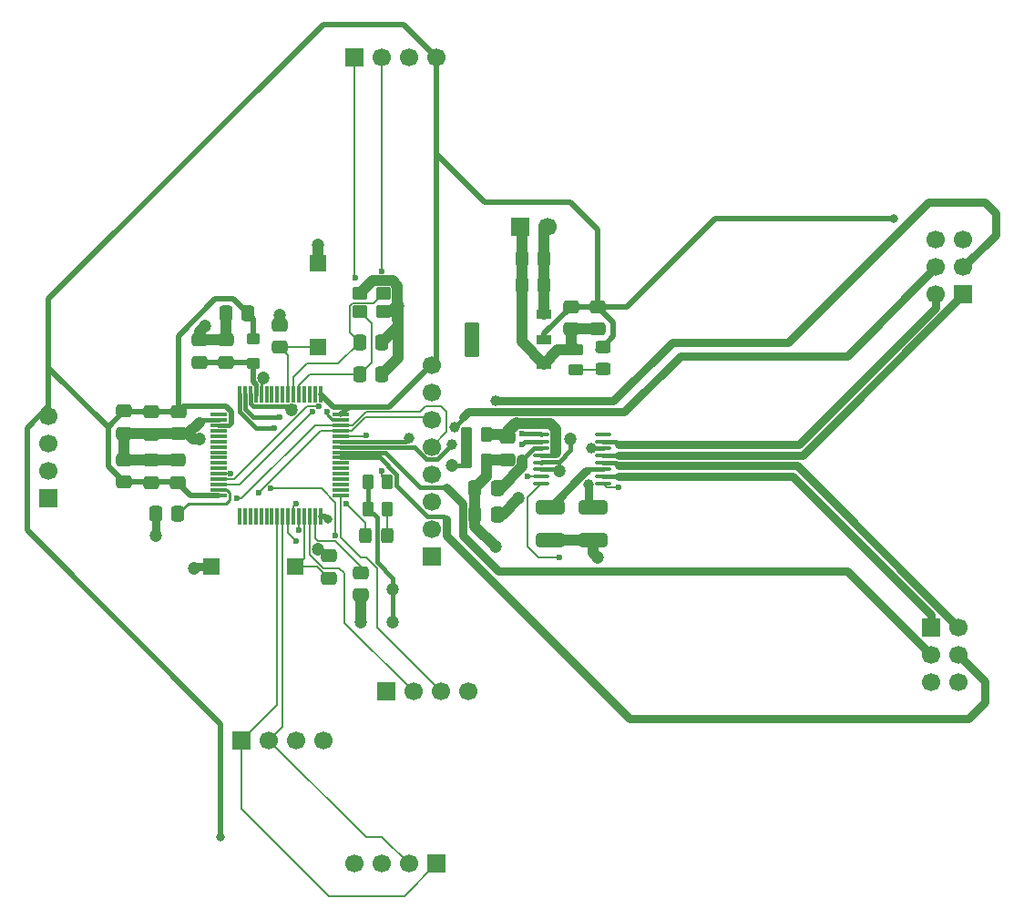
<source format=gbr>
%TF.GenerationSoftware,KiCad,Pcbnew,9.0.5*%
%TF.CreationDate,2025-12-24T21:09:35+07:00*%
%TF.ProjectId,katPCB_2Layers,6b617450-4342-45f3-924c-61796572732e,rev?*%
%TF.SameCoordinates,Original*%
%TF.FileFunction,Copper,L1,Top*%
%TF.FilePolarity,Positive*%
%FSLAX46Y46*%
G04 Gerber Fmt 4.6, Leading zero omitted, Abs format (unit mm)*
G04 Created by KiCad (PCBNEW 9.0.5) date 2025-12-24 21:09:35*
%MOMM*%
%LPD*%
G01*
G04 APERTURE LIST*
G04 Aperture macros list*
%AMRoundRect*
0 Rectangle with rounded corners*
0 $1 Rounding radius*
0 $2 $3 $4 $5 $6 $7 $8 $9 X,Y pos of 4 corners*
0 Add a 4 corners polygon primitive as box body*
4,1,4,$2,$3,$4,$5,$6,$7,$8,$9,$2,$3,0*
0 Add four circle primitives for the rounded corners*
1,1,$1+$1,$2,$3*
1,1,$1+$1,$4,$5*
1,1,$1+$1,$6,$7*
1,1,$1+$1,$8,$9*
0 Add four rect primitives between the rounded corners*
20,1,$1+$1,$2,$3,$4,$5,0*
20,1,$1+$1,$4,$5,$6,$7,0*
20,1,$1+$1,$6,$7,$8,$9,0*
20,1,$1+$1,$8,$9,$2,$3,0*%
G04 Aperture macros list end*
%TA.AperFunction,SMDPad,CuDef*%
%ADD10RoundRect,0.250000X-0.337500X-0.475000X0.337500X-0.475000X0.337500X0.475000X-0.337500X0.475000X0*%
%TD*%
%TA.AperFunction,SMDPad,CuDef*%
%ADD11RoundRect,0.100000X0.637500X0.100000X-0.637500X0.100000X-0.637500X-0.100000X0.637500X-0.100000X0*%
%TD*%
%TA.AperFunction,ComponentPad*%
%ADD12R,1.700000X1.700000*%
%TD*%
%TA.AperFunction,ComponentPad*%
%ADD13C,1.700000*%
%TD*%
%TA.AperFunction,SMDPad,CuDef*%
%ADD14RoundRect,0.250000X-0.475000X0.337500X-0.475000X-0.337500X0.475000X-0.337500X0.475000X0.337500X0*%
%TD*%
%TA.AperFunction,SMDPad,CuDef*%
%ADD15RoundRect,0.250000X0.337500X0.475000X-0.337500X0.475000X-0.337500X-0.475000X0.337500X-0.475000X0*%
%TD*%
%TA.AperFunction,SMDPad,CuDef*%
%ADD16RoundRect,0.250000X-1.075000X0.400000X-1.075000X-0.400000X1.075000X-0.400000X1.075000X0.400000X0*%
%TD*%
%TA.AperFunction,SMDPad,CuDef*%
%ADD17RoundRect,0.250000X0.475000X-0.337500X0.475000X0.337500X-0.475000X0.337500X-0.475000X-0.337500X0*%
%TD*%
%TA.AperFunction,SMDPad,CuDef*%
%ADD18R,1.500000X1.500000*%
%TD*%
%TA.AperFunction,SMDPad,CuDef*%
%ADD19RoundRect,0.250000X-0.450000X-0.350000X0.450000X-0.350000X0.450000X0.350000X-0.450000X0.350000X0*%
%TD*%
%TA.AperFunction,SMDPad,CuDef*%
%ADD20RoundRect,0.250000X-0.262500X-0.450000X0.262500X-0.450000X0.262500X0.450000X-0.262500X0.450000X0*%
%TD*%
%TA.AperFunction,SMDPad,CuDef*%
%ADD21RoundRect,0.075000X-0.075000X0.700000X-0.075000X-0.700000X0.075000X-0.700000X0.075000X0.700000X0*%
%TD*%
%TA.AperFunction,SMDPad,CuDef*%
%ADD22RoundRect,0.075000X-0.700000X0.075000X-0.700000X-0.075000X0.700000X-0.075000X0.700000X0.075000X0*%
%TD*%
%TA.AperFunction,SMDPad,CuDef*%
%ADD23RoundRect,0.069750X0.585250X0.395250X-0.585250X0.395250X-0.585250X-0.395250X0.585250X-0.395250X0*%
%TD*%
%TA.AperFunction,SMDPad,CuDef*%
%ADD24RoundRect,0.098250X0.556750X1.521750X-0.556750X1.521750X-0.556750X-1.521750X0.556750X-1.521750X0*%
%TD*%
%TA.AperFunction,SMDPad,CuDef*%
%ADD25RoundRect,0.250000X0.450000X-0.262500X0.450000X0.262500X-0.450000X0.262500X-0.450000X-0.262500X0*%
%TD*%
%TA.AperFunction,SMDPad,CuDef*%
%ADD26RoundRect,0.250000X0.325000X0.450000X-0.325000X0.450000X-0.325000X-0.450000X0.325000X-0.450000X0*%
%TD*%
%TA.AperFunction,SMDPad,CuDef*%
%ADD27RoundRect,0.250000X0.262500X0.450000X-0.262500X0.450000X-0.262500X-0.450000X0.262500X-0.450000X0*%
%TD*%
%TA.AperFunction,SMDPad,CuDef*%
%ADD28RoundRect,0.250000X-0.350000X0.275000X-0.350000X-0.275000X0.350000X-0.275000X0.350000X0.275000X0*%
%TD*%
%TA.AperFunction,SMDPad,CuDef*%
%ADD29RoundRect,0.250000X0.450000X-0.325000X0.450000X0.325000X-0.450000X0.325000X-0.450000X-0.325000X0*%
%TD*%
%TA.AperFunction,ViaPad*%
%ADD30C,1.200000*%
%TD*%
%TA.AperFunction,ViaPad*%
%ADD31C,0.600000*%
%TD*%
%TA.AperFunction,ViaPad*%
%ADD32C,0.800000*%
%TD*%
%TA.AperFunction,ViaPad*%
%ADD33C,1.000000*%
%TD*%
%TA.AperFunction,Conductor*%
%ADD34C,0.250000*%
%TD*%
%TA.AperFunction,Conductor*%
%ADD35C,1.000000*%
%TD*%
%TA.AperFunction,Conductor*%
%ADD36C,0.400000*%
%TD*%
%TA.AperFunction,Conductor*%
%ADD37C,0.800000*%
%TD*%
%TA.AperFunction,Conductor*%
%ADD38C,0.200000*%
%TD*%
%TA.AperFunction,Conductor*%
%ADD39C,0.500000*%
%TD*%
G04 APERTURE END LIST*
D10*
%TO.P,C14,1*%
%TO.N,RCC_OSC_IN*%
X121925000Y-67000000D03*
%TO.P,C14,2*%
%TO.N,POW_GND*%
X124000000Y-67000000D03*
%TD*%
D11*
%TO.P,U4,1,~{SLEEP}*%
%TO.N,EN_DRV*%
X144500000Y-77150000D03*
%TO.P,U4,2,AOUT1*%
%TO.N,MTR_1 POW1*%
X144500000Y-76500000D03*
%TO.P,U4,3,AISEN*%
%TO.N,Net-(U4-AISEN)*%
X144500000Y-75850000D03*
%TO.P,U4,4,AOUT2*%
%TO.N,MTR_1 POW2*%
X144500000Y-75200000D03*
%TO.P,U4,5,BOUT2*%
%TO.N,MTR_2 POW2*%
X144500000Y-74550000D03*
%TO.P,U4,6,BISEN*%
%TO.N,Net-(U4-BISEN)*%
X144500000Y-73900000D03*
%TO.P,U4,7,BOUT1*%
%TO.N,MTR_2 POW1*%
X144500000Y-73250000D03*
%TO.P,U4,8,~{FAULT}*%
%TO.N,unconnected-(U4-~{FAULT}-Pad8)*%
X144500000Y-72600000D03*
%TO.P,U4,9,BIN1*%
%TO.N,BIN1_DRV*%
X138775000Y-72600000D03*
%TO.P,U4,10,BIN2*%
%TO.N,BIN2_DRV*%
X138775000Y-73250000D03*
%TO.P,U4,11,VCP*%
%TO.N,Net-(U4-VCP)*%
X138775000Y-73900000D03*
%TO.P,U4,12,VM*%
%TO.N,POW_IN*%
X138775000Y-74550000D03*
%TO.P,U4,13,GND*%
%TO.N,POW_GND*%
X138775000Y-75200000D03*
%TO.P,U4,14,VINT*%
%TO.N,Net-(U4-VINT)*%
X138775000Y-75850000D03*
%TO.P,U4,15,AIN2*%
%TO.N,AIN2_DRV*%
X138775000Y-76500000D03*
%TO.P,U4,16,AIN1*%
%TO.N,AIN1_DRV*%
X138775000Y-77150000D03*
%TD*%
D12*
%TO.P,J10,1,Pin_1*%
%TO.N,MTR_2 POW2*%
X178000000Y-59580000D03*
D13*
%TO.P,J10,2,Pin_2*%
%TO.N,MTR_2 POW1*%
X175460000Y-59580000D03*
%TO.P,J10,3,Pin_3*%
%TO.N,MTR_2 C1*%
X178000000Y-57040000D03*
%TO.P,J10,4,Pin_4*%
%TO.N,MTR_2 C2*%
X175460000Y-57040000D03*
%TO.P,J10,5,Pin_5*%
%TO.N,POW_GND*%
X178000000Y-54500000D03*
%TO.P,J10,6,Pin_6*%
%TO.N,+3.3V*%
X175460000Y-54500000D03*
%TD*%
D14*
%TO.P,C2,1*%
%TO.N,Net-(U1-VCAP_2)*%
X122000000Y-85425000D03*
%TO.P,C2,2*%
%TO.N,POW_GND*%
X122000000Y-87500000D03*
%TD*%
%TO.P,C15,1*%
%TO.N,+3.3V*%
X141537500Y-60710000D03*
%TO.P,C15,2*%
%TO.N,POW_GND*%
X141537500Y-62785000D03*
%TD*%
D15*
%TO.P,C10,1*%
%TO.N,+3.3V*%
X111537500Y-61350000D03*
%TO.P,C10,2*%
%TO.N,POW_GND*%
X109462500Y-61350000D03*
%TD*%
D12*
%TO.P,J2,1,Pin_1*%
%TO.N,SDA_1*%
X93000000Y-78540000D03*
D13*
%TO.P,J2,2,Pin_2*%
%TO.N,SCL_1*%
X93000000Y-76000000D03*
%TO.P,J2,3,Pin_3*%
%TO.N,POW_GND*%
X93000000Y-73460000D03*
%TO.P,J2,4,Pin_4*%
%TO.N,+3.3V*%
X93000000Y-70920000D03*
%TD*%
D14*
%TO.P,C20,1*%
%TO.N,+3.3V*%
X105037500Y-70462500D03*
%TO.P,C20,2*%
%TO.N,POW_GND*%
X105037500Y-72537500D03*
%TD*%
D15*
%TO.P,C7,1*%
%TO.N,POW_IN*%
X139037500Y-56247500D03*
%TO.P,C7,2*%
%TO.N,POW_GND*%
X136962500Y-56247500D03*
%TD*%
D14*
%TO.P,C16,1*%
%TO.N,+3.3V*%
X100017500Y-70425000D03*
%TO.P,C16,2*%
%TO.N,POW_GND*%
X100017500Y-72500000D03*
%TD*%
%TO.P,C19,1*%
%TO.N,+3.3V*%
X144037500Y-60710000D03*
%TO.P,C19,2*%
%TO.N,POW_GND*%
X144037500Y-62785000D03*
%TD*%
D16*
%TO.P,R4,1*%
%TO.N,Net-(U4-BISEN)*%
X143637500Y-79325000D03*
%TO.P,R4,2*%
%TO.N,POW_GND*%
X143637500Y-82425000D03*
%TD*%
D17*
%TO.P,C12,1*%
%TO.N,DEBUG*%
X119018750Y-85943750D03*
%TO.P,C12,2*%
%TO.N,POW_GND*%
X119018750Y-83868750D03*
%TD*%
D18*
%TO.P,SW1,1,1*%
%TO.N,NRST*%
X118000000Y-64500000D03*
%TO.P,SW1,2,2*%
%TO.N,POW_GND*%
X118000000Y-56700000D03*
%TD*%
D17*
%TO.P,C11,1*%
%TO.N,NRST*%
X114500000Y-64500000D03*
%TO.P,C11,2*%
%TO.N,POW_GND*%
X114500000Y-62425000D03*
%TD*%
%TO.P,C21,1*%
%TO.N,3V3A*%
X107000000Y-65887500D03*
%TO.P,C21,2*%
%TO.N,POW_GND*%
X107000000Y-63812500D03*
%TD*%
D19*
%TO.P,Y1,1,1*%
%TO.N,RCC_OSC_IN*%
X121925000Y-61200000D03*
%TO.P,Y1,2,2*%
%TO.N,POW_GND*%
X124125000Y-61200000D03*
%TO.P,Y1,3,3*%
%TO.N,RCC_OSC_OUT*%
X124125000Y-59500000D03*
%TO.P,Y1,4,4*%
%TO.N,POW_GND*%
X121925000Y-59500000D03*
%TD*%
D10*
%TO.P,C17,1*%
%TO.N,RCC_OSC_OUT*%
X121925000Y-64000000D03*
%TO.P,C17,2*%
%TO.N,POW_GND*%
X124000000Y-64000000D03*
%TD*%
D20*
%TO.P,R7,1*%
%TO.N,BAT_VOL*%
X131839931Y-75054212D03*
%TO.P,R7,2*%
%TO.N,POW_GND*%
X133664931Y-75054212D03*
%TD*%
D12*
%TO.P,J1,1,Pin_1*%
%TO.N,+3.3V*%
X124380000Y-96500000D03*
D13*
%TO.P,J1,2,Pin_2*%
%TO.N,SYS_JTMS-SWDIO*%
X126920000Y-96500000D03*
%TO.P,J1,3,Pin_3*%
%TO.N,SYS_JTCK-SWCLK*%
X129460000Y-96500000D03*
%TO.P,J1,4,Pin_4*%
%TO.N,POW_GND*%
X132000000Y-96500000D03*
%TD*%
D17*
%TO.P,C18,1*%
%TO.N,3V3A*%
X109500000Y-65887500D03*
%TO.P,C18,2*%
%TO.N,POW_GND*%
X109500000Y-63812500D03*
%TD*%
%TO.P,C8,1*%
%TO.N,+3.3V*%
X100007500Y-77000000D03*
%TO.P,C8,2*%
%TO.N,POW_GND*%
X100007500Y-74925000D03*
%TD*%
D10*
%TO.P,C4,1*%
%TO.N,POW_GND*%
X132627431Y-80054212D03*
%TO.P,C4,2*%
%TO.N,Net-(U4-VINT)*%
X134702431Y-80054212D03*
%TD*%
D14*
%TO.P,C5,1*%
%TO.N,POW_IN*%
X135637500Y-72850000D03*
%TO.P,C5,2*%
%TO.N,POW_GND*%
X135637500Y-74925000D03*
%TD*%
D12*
%TO.P,J7,1,Pin_1*%
%TO.N,SDA_3*%
X110960000Y-101000000D03*
D13*
%TO.P,J7,2,Pin_2*%
%TO.N,SCL_3*%
X113500000Y-101000000D03*
%TO.P,J7,3,Pin_3*%
%TO.N,POW_GND*%
X116040000Y-101000000D03*
%TO.P,J7,4,Pin_4*%
%TO.N,+3.3V*%
X118580000Y-101000000D03*
%TD*%
D20*
%TO.P,R1,1*%
%TO.N,POW_GND*%
X122675000Y-77000000D03*
%TO.P,R1,2*%
%TO.N,Net-(U1-BOOT0)*%
X124500000Y-77000000D03*
%TD*%
D17*
%TO.P,C9,1*%
%TO.N,+3.3V*%
X102527500Y-77075000D03*
%TO.P,C9,2*%
%TO.N,POW_GND*%
X102527500Y-75000000D03*
%TD*%
D14*
%TO.P,C22,1*%
%TO.N,+3.3V*%
X102507500Y-70500000D03*
%TO.P,C22,2*%
%TO.N,POW_GND*%
X102507500Y-72575000D03*
%TD*%
D12*
%TO.P,J9,1,Pin_1*%
%TO.N,MTR_1 POW1*%
X174990000Y-90500000D03*
D13*
%TO.P,J9,2,Pin_2*%
%TO.N,MTR_1 POW2*%
X177530000Y-90500000D03*
%TO.P,J9,3,Pin_3*%
%TO.N,MTR_1 C1*%
X174990000Y-93040000D03*
%TO.P,J9,4,Pin_4*%
%TO.N,MTR_1 C2*%
X177530000Y-93040000D03*
%TO.P,J9,5,Pin_5*%
%TO.N,POW_GND*%
X174990000Y-95580000D03*
%TO.P,J9,6,Pin_6*%
%TO.N,+3.3V*%
X177530000Y-95580000D03*
%TD*%
D21*
%TO.P,U1,1,VBAT*%
%TO.N,+3.3V*%
X118250000Y-68825000D03*
%TO.P,U1,2,PC13*%
%TO.N,unconnected-(U1-PC13-Pad2)*%
X117750000Y-68825000D03*
%TO.P,U1,3,PC14*%
%TO.N,unconnected-(U1-PC14-Pad3)*%
X117250000Y-68825000D03*
%TO.P,U1,4,PC15*%
%TO.N,unconnected-(U1-PC15-Pad4)*%
X116750000Y-68825000D03*
%TO.P,U1,5,PH0*%
%TO.N,RCC_OSC_IN*%
X116250000Y-68825000D03*
%TO.P,U1,6,PH1*%
%TO.N,RCC_OSC_OUT*%
X115750000Y-68825000D03*
%TO.P,U1,7,NRST*%
%TO.N,NRST*%
X115250000Y-68825000D03*
%TO.P,U1,8,PC0*%
%TO.N,unconnected-(U1-PC0-Pad8)*%
X114750000Y-68825000D03*
%TO.P,U1,9,PC1*%
%TO.N,unconnected-(U1-PC1-Pad9)*%
X114250000Y-68825000D03*
%TO.P,U1,10,PC2*%
%TO.N,unconnected-(U1-PC2-Pad10)*%
X113750000Y-68825000D03*
%TO.P,U1,11,PC3*%
%TO.N,unconnected-(U1-PC3-Pad11)*%
X113250000Y-68825000D03*
%TO.P,U1,12,VSSA*%
%TO.N,POW_GND*%
X112750000Y-68825000D03*
%TO.P,U1,13,VDDA*%
%TO.N,3V3A*%
X112250000Y-68825000D03*
%TO.P,U1,14,PA0*%
%TO.N,BAT_VOL*%
X111750000Y-68825000D03*
%TO.P,U1,15,PA1*%
%TO.N,BIN1_DRV*%
X111250000Y-68825000D03*
%TO.P,U1,16,PA2*%
%TO.N,BIN2_DRV*%
X110750000Y-68825000D03*
D22*
%TO.P,U1,17,PA3*%
%TO.N,unconnected-(U1-PA3-Pad17)*%
X108825000Y-70750000D03*
%TO.P,U1,18,VSS*%
%TO.N,POW_GND*%
X108825000Y-71250000D03*
%TO.P,U1,19,VDD*%
%TO.N,+3.3V*%
X108825000Y-71750000D03*
%TO.P,U1,20,PA4*%
%TO.N,unconnected-(U1-PA4-Pad20)*%
X108825000Y-72250000D03*
%TO.P,U1,21,PA5*%
%TO.N,unconnected-(U1-PA5-Pad21)*%
X108825000Y-72750000D03*
%TO.P,U1,22,PA6*%
%TO.N,unconnected-(U1-PA6-Pad22)*%
X108825000Y-73250000D03*
%TO.P,U1,23,PA7*%
%TO.N,unconnected-(U1-PA7-Pad23)*%
X108825000Y-73750000D03*
%TO.P,U1,24,PC4*%
%TO.N,unconnected-(U1-PC4-Pad24)*%
X108825000Y-74250000D03*
%TO.P,U1,25,PC5*%
%TO.N,unconnected-(U1-PC5-Pad25)*%
X108825000Y-74750000D03*
%TO.P,U1,26,PB0*%
%TO.N,unconnected-(U1-PB0-Pad26)*%
X108825000Y-75250000D03*
%TO.P,U1,27,PB1*%
%TO.N,unconnected-(U1-PB1-Pad27)*%
X108825000Y-75750000D03*
%TO.P,U1,28,PB2*%
%TO.N,EN_DRV*%
X108825000Y-76250000D03*
%TO.P,U1,29,PB10*%
%TO.N,SCL_2*%
X108825000Y-76750000D03*
%TO.P,U1,30,PB11*%
%TO.N,SDA_2*%
X108825000Y-77250000D03*
%TO.P,U1,31,VCAP_1*%
%TO.N,Net-(U1-VCAP_1)*%
X108825000Y-77750000D03*
%TO.P,U1,32,VDD*%
%TO.N,+3.3V*%
X108825000Y-78250000D03*
D21*
%TO.P,U1,33,PB12*%
%TO.N,unconnected-(U1-PB12-Pad33)*%
X110750000Y-80175000D03*
%TO.P,U1,34,PB13*%
%TO.N,unconnected-(U1-PB13-Pad34)*%
X111250000Y-80175000D03*
%TO.P,U1,35,PB14*%
%TO.N,unconnected-(U1-PB14-Pad35)*%
X111750000Y-80175000D03*
%TO.P,U1,36,PB15*%
%TO.N,unconnected-(U1-PB15-Pad36)*%
X112250000Y-80175000D03*
%TO.P,U1,37,PC6*%
%TO.N,unconnected-(U1-PC6-Pad37)*%
X112750000Y-80175000D03*
%TO.P,U1,38,PC7*%
%TO.N,unconnected-(U1-PC7-Pad38)*%
X113250000Y-80175000D03*
%TO.P,U1,39,PC8*%
%TO.N,unconnected-(U1-PC8-Pad39)*%
X113750000Y-80175000D03*
%TO.P,U1,40,PC9*%
%TO.N,SDA_3*%
X114250000Y-80175000D03*
%TO.P,U1,41,PA8*%
%TO.N,SCL_3*%
X114750000Y-80175000D03*
%TO.P,U1,42,PA9*%
%TO.N,AIN1_DRV*%
X115250000Y-80175000D03*
%TO.P,U1,43,PA10*%
%TO.N,DEB_LED*%
X115750000Y-80175000D03*
%TO.P,U1,44,PA11*%
%TO.N,AIN2_DRV*%
X116250000Y-80175000D03*
%TO.P,U1,45,PA12*%
%TO.N,DEBUG*%
X116750000Y-80175000D03*
%TO.P,U1,46,PA13*%
%TO.N,SYS_JTMS-SWDIO*%
X117250000Y-80175000D03*
%TO.P,U1,47,VCAP_2*%
%TO.N,Net-(U1-VCAP_2)*%
X117750000Y-80175000D03*
%TO.P,U1,48,VDD*%
%TO.N,+3.3V*%
X118250000Y-80175000D03*
D22*
%TO.P,U1,49,PA14*%
%TO.N,SYS_JTCK-SWCLK*%
X120175000Y-78250000D03*
%TO.P,U1,50,PA15*%
%TO.N,unconnected-(U1-PA15-Pad50)*%
X120175000Y-77750000D03*
%TO.P,U1,51,PC10*%
%TO.N,unconnected-(U1-PC10-Pad51)*%
X120175000Y-77250000D03*
%TO.P,U1,52,PC11*%
%TO.N,unconnected-(U1-PC11-Pad52)*%
X120175000Y-76750000D03*
%TO.P,U1,53,PC12*%
%TO.N,unconnected-(U1-PC12-Pad53)*%
X120175000Y-76250000D03*
%TO.P,U1,54,PD2*%
%TO.N,unconnected-(U1-PD2-Pad54)*%
X120175000Y-75750000D03*
%TO.P,U1,55,PB3*%
%TO.N,unconnected-(U1-PB3-Pad55)*%
X120175000Y-75250000D03*
%TO.P,U1,56,PB4*%
%TO.N,MTR_1 C2*%
X120175000Y-74750000D03*
%TO.P,U1,57,PB5*%
%TO.N,MTR_1 C1*%
X120175000Y-74250000D03*
%TO.P,U1,58,PB6*%
%TO.N,MTR_2 C1*%
X120175000Y-73750000D03*
%TO.P,U1,59,PB7*%
%TO.N,MTR_2 C2*%
X120175000Y-73250000D03*
%TO.P,U1,60,BOOT0*%
%TO.N,Net-(U1-BOOT0)*%
X120175000Y-72750000D03*
%TO.P,U1,61,PB8*%
%TO.N,SCL_1*%
X120175000Y-72250000D03*
%TO.P,U1,62,PB9*%
%TO.N,SDA_1*%
X120175000Y-71750000D03*
%TO.P,U1,63,VSS*%
%TO.N,POW_GND*%
X120175000Y-71250000D03*
%TO.P,U1,64,VDD*%
%TO.N,+3.3V*%
X120175000Y-70750000D03*
%TD*%
D10*
%TO.P,C3,1*%
%TO.N,POW_GND*%
X132627431Y-77554212D03*
%TO.P,C3,2*%
%TO.N,Net-(U4-VCP)*%
X134702431Y-77554212D03*
%TD*%
D23*
%TO.P,U3,1,GND/ADJ*%
%TO.N,POW_GND*%
X139037500Y-66037500D03*
%TO.P,U3,2,VOUT*%
%TO.N,+3.3V*%
X139037500Y-63747500D03*
%TO.P,U3,3,VIN*%
%TO.N,POW_IN*%
X139037500Y-61457500D03*
D24*
%TO.P,U3,4*%
%TO.N,N/C*%
X132347500Y-63747500D03*
%TD*%
D17*
%TO.P,C13,1*%
%TO.N,+3.3V*%
X105007500Y-77037500D03*
%TO.P,C13,2*%
%TO.N,POW_GND*%
X105007500Y-74962500D03*
%TD*%
D12*
%TO.P,J5,1,Pin_1*%
%TO.N,unconnected-(J5-Pin_1-Pad1)*%
X128596377Y-83903618D03*
D13*
%TO.P,J5,2,Pin_2*%
%TO.N,unconnected-(J5-Pin_2-Pad2)*%
X128596377Y-81363618D03*
%TO.P,J5,3,Pin_3*%
%TO.N,unconnected-(J5-Pin_3-Pad3)*%
X128596377Y-78823618D03*
%TO.P,J5,4,Pin_4*%
%TO.N,unconnected-(J5-Pin_4-Pad4)*%
X128596377Y-76283618D03*
%TO.P,J5,5,Pin_5*%
%TO.N,SDA_1*%
X128596377Y-73743618D03*
%TO.P,J5,6,Pin_6*%
%TO.N,SCL_1*%
X128596377Y-71203618D03*
%TO.P,J5,7,Pin_7*%
%TO.N,POW_GND*%
X128596377Y-68663618D03*
%TO.P,J5,8,Pin_8*%
%TO.N,+3.3V*%
X128596377Y-66123618D03*
%TD*%
D25*
%TO.P,R6,1*%
%TO.N,Net-(D2-K)*%
X142000000Y-66578141D03*
%TO.P,R6,2*%
%TO.N,POW_GND*%
X142000000Y-64753141D03*
%TD*%
D26*
%TO.P,D1,1,K*%
%TO.N,Net-(D1-K)*%
X124500000Y-82000000D03*
%TO.P,D1,2,A*%
%TO.N,DEB_LED*%
X122450000Y-82000000D03*
%TD*%
D27*
%TO.P,R2,1*%
%TO.N,Net-(D1-K)*%
X124500000Y-79500000D03*
%TO.P,R2,2*%
%TO.N,POW_GND*%
X122675000Y-79500000D03*
%TD*%
D12*
%TO.P,J6,1,Pin_1*%
%TO.N,POW_GND*%
X136847500Y-53247500D03*
D13*
%TO.P,J6,2,Pin_2*%
%TO.N,POW_IN*%
X139387500Y-53247500D03*
%TD*%
D28*
%TO.P,FB1,1*%
%TO.N,+3.3V*%
X112000000Y-63700000D03*
%TO.P,FB1,2*%
%TO.N,3V3A*%
X112000000Y-66000000D03*
%TD*%
D12*
%TO.P,J3,1,Pin_1*%
%TO.N,SDA_2*%
X121380000Y-37500000D03*
D13*
%TO.P,J3,2,Pin_2*%
%TO.N,SCL_2*%
X123920000Y-37500000D03*
%TO.P,J3,3,Pin_3*%
%TO.N,POW_GND*%
X126460000Y-37500000D03*
%TO.P,J3,4,Pin_4*%
%TO.N,+3.3V*%
X129000000Y-37500000D03*
%TD*%
D16*
%TO.P,R3,1*%
%TO.N,Net-(U4-AISEN)*%
X139637500Y-79325000D03*
%TO.P,R3,2*%
%TO.N,POW_GND*%
X139637500Y-82425000D03*
%TD*%
D12*
%TO.P,J4,1,Pin_1*%
%TO.N,SDA_3*%
X129040000Y-112500000D03*
D13*
%TO.P,J4,2,Pin_2*%
%TO.N,SCL_3*%
X126500000Y-112500000D03*
%TO.P,J4,3,Pin_3*%
%TO.N,POW_GND*%
X123960000Y-112500000D03*
%TO.P,J4,4,Pin_4*%
%TO.N,+3.3V*%
X121420000Y-112500000D03*
%TD*%
D29*
%TO.P,D2,1,K*%
%TO.N,Net-(D2-K)*%
X144500000Y-66525000D03*
%TO.P,D2,2,A*%
%TO.N,+3.3V*%
X144500000Y-64475000D03*
%TD*%
D18*
%TO.P,SW2,1,1*%
%TO.N,DEBUG*%
X115918750Y-84906250D03*
%TO.P,SW2,2,2*%
%TO.N,POW_GND*%
X108118750Y-84906250D03*
%TD*%
D20*
%TO.P,R5,1*%
%TO.N,BAT_VOL*%
X131839931Y-72554212D03*
%TO.P,R5,2*%
%TO.N,POW_IN*%
X133664931Y-72554212D03*
%TD*%
D15*
%TO.P,C1,1*%
%TO.N,Net-(U1-VCAP_1)*%
X105000000Y-80000000D03*
%TO.P,C1,2*%
%TO.N,POW_GND*%
X102925000Y-80000000D03*
%TD*%
%TO.P,C6,1*%
%TO.N,POW_IN*%
X139037500Y-58747500D03*
%TO.P,C6,2*%
%TO.N,POW_GND*%
X136962500Y-58747500D03*
%TD*%
D30*
%TO.N,POW_GND*%
X134500000Y-83000000D03*
X103000000Y-82000000D03*
X141500000Y-73000000D03*
X118050000Y-83300000D03*
X114500000Y-61500000D03*
X122000000Y-90000000D03*
X125000000Y-90000000D03*
X125500000Y-60648000D03*
X125000000Y-87000000D03*
X106500000Y-85000000D03*
X118000000Y-55000000D03*
X107500000Y-62500000D03*
D31*
X118875917Y-70500000D03*
D30*
X112968330Y-67323772D03*
X107000000Y-73000000D03*
X144000000Y-84000000D03*
%TO.N,POW_IN*%
X136500000Y-71600000D03*
D32*
%TO.N,+3.3V*%
X171500000Y-52500000D03*
X109000000Y-110000000D03*
X119000000Y-80500000D03*
D31*
%TO.N,DEB_LED*%
X120675000Y-79000000D03*
X116000000Y-79000000D03*
D30*
%TO.N,BAT_VOL*%
X115574809Y-70293821D03*
X130500000Y-75500000D03*
D31*
%TO.N,BIN2_DRV*%
X114000000Y-72000000D03*
X137000000Y-73500000D03*
%TO.N,EN_DRV*%
X109896446Y-76250000D03*
X113603554Y-77603554D03*
X146000000Y-77500000D03*
X119675000Y-82000000D03*
%TO.N,BIN1_DRV*%
X114500000Y-71000000D03*
X137000000Y-72500000D03*
%TO.N,AIN2_DRV*%
X137500000Y-76500000D03*
X116250000Y-81500000D03*
%TO.N,AIN1_DRV*%
X116000000Y-82500000D03*
X140500000Y-84000000D03*
%TO.N,SCL_2*%
X118111158Y-69995996D03*
X124000000Y-57399000D03*
%TO.N,Net-(U1-BOOT0)*%
X124000000Y-76000000D03*
X122500000Y-72650000D03*
%TO.N,SCL_1*%
X112500000Y-78000000D03*
%TO.N,SDA_1*%
X110500000Y-78540000D03*
%TO.N,SDA_2*%
X121500000Y-58000000D03*
X117500000Y-70500000D03*
D33*
%TO.N,MTR_2 C2*%
X130700000Y-71946381D03*
X126500000Y-72950000D03*
%TO.N,MTR_2 C1*%
X130500000Y-73500000D03*
X134500000Y-69500000D03*
D30*
%TO.N,Net-(U4-VINT)*%
X136700000Y-78543672D03*
X140500000Y-76000000D03*
D33*
%TO.N,Net-(U4-BISEN)*%
X143427626Y-73900000D03*
X143162502Y-77214212D03*
%TD*%
D34*
%TO.N,Net-(U1-VCAP_1)*%
X105000000Y-80000000D02*
X106000000Y-79000000D01*
X109826000Y-78674000D02*
X109826000Y-77976001D01*
X106000000Y-79000000D02*
X109500000Y-79000000D01*
X109500000Y-79000000D02*
X109826000Y-78674000D01*
X109599999Y-77750000D02*
X108825000Y-77750000D01*
X109826000Y-77976001D02*
X109599999Y-77750000D01*
D35*
%TO.N,POW_GND*%
X124934424Y-58299000D02*
X125426000Y-58790576D01*
X125500000Y-62000000D02*
X125500000Y-65500000D01*
X132627431Y-77554212D02*
X132627431Y-80054212D01*
X100007500Y-74925000D02*
X100007500Y-72510000D01*
D36*
X122675000Y-79500000D02*
X123500000Y-80325000D01*
D35*
X125500000Y-62000000D02*
X125500000Y-62500000D01*
X125426000Y-58790576D02*
X125426000Y-60574000D01*
X100017500Y-72500000D02*
X105000000Y-72500000D01*
X125500000Y-65500000D02*
X124000000Y-67000000D01*
X105007500Y-74962500D02*
X100045000Y-74962500D01*
D34*
X112750000Y-67750000D02*
X113000000Y-67500000D01*
D35*
X105962500Y-72537500D02*
X107000000Y-71500000D01*
X106425000Y-73000000D02*
X107000000Y-73000000D01*
X135637500Y-74925000D02*
X133794143Y-74925000D01*
D36*
X138876000Y-75099000D02*
X140440421Y-75099000D01*
D35*
X107000000Y-63000000D02*
X107500000Y-62500000D01*
D34*
X119400001Y-71250000D02*
X118875917Y-70725916D01*
D36*
X125000000Y-85932900D02*
X125000000Y-87000000D01*
X123500000Y-80325000D02*
X123500000Y-84432900D01*
D35*
X125426000Y-60574000D02*
X125500000Y-60648000D01*
X133664931Y-75054212D02*
X133664931Y-76516712D01*
X125426000Y-58790576D02*
X125426000Y-61926000D01*
X136962500Y-56247500D02*
X136962500Y-53362500D01*
X141537500Y-64290641D02*
X142000000Y-64753141D01*
D36*
X108825000Y-71250000D02*
X107250000Y-71250000D01*
D35*
X139637500Y-82425000D02*
X143637500Y-82425000D01*
X100045000Y-74962500D02*
X100007500Y-74925000D01*
D36*
X125000000Y-87000000D02*
X125000000Y-90000000D01*
D34*
X112968330Y-67468330D02*
X112968330Y-67323772D01*
D35*
X105962500Y-72537500D02*
X106425000Y-73000000D01*
X136962500Y-58747500D02*
X136962500Y-63962500D01*
D37*
X108118750Y-84906250D02*
X106593750Y-84906250D01*
D36*
X140440421Y-75099000D02*
X141500000Y-74039421D01*
X107250000Y-71250000D02*
X107000000Y-71500000D01*
D35*
X125426000Y-61926000D02*
X125500000Y-62000000D01*
D37*
X102925000Y-81925000D02*
X103000000Y-82000000D01*
D36*
X119018750Y-83868750D02*
X118618750Y-83868750D01*
D35*
X109500000Y-63812500D02*
X107000000Y-63812500D01*
X136962500Y-63962500D02*
X139037500Y-66037500D01*
X136962500Y-53362500D02*
X136847500Y-53247500D01*
X125500000Y-60648000D02*
X125500000Y-62000000D01*
D37*
X106593750Y-84906250D02*
X106500000Y-85000000D01*
D35*
X121925000Y-59500000D02*
X123126000Y-58299000D01*
X143637500Y-82425000D02*
X143637500Y-83637500D01*
X141537500Y-62785000D02*
X141537500Y-64290641D01*
D36*
X141500000Y-74039421D02*
X141500000Y-73000000D01*
D34*
X112750000Y-68825000D02*
X112750000Y-67750000D01*
D35*
X118000000Y-56700000D02*
X118000000Y-55000000D01*
X133664931Y-76516712D02*
X132627431Y-77554212D01*
D34*
X113000000Y-67500000D02*
X112968330Y-67468330D01*
X118875917Y-70725916D02*
X118875917Y-70500000D01*
D35*
X100007500Y-72510000D02*
X100017500Y-72500000D01*
D36*
X138775000Y-75200000D02*
X138876000Y-75099000D01*
D35*
X107000000Y-63812500D02*
X107000000Y-63000000D01*
X122000000Y-87500000D02*
X122000000Y-90000000D01*
X132627431Y-81127431D02*
X134500000Y-83000000D01*
X133794143Y-74925000D02*
X133664931Y-75054212D01*
X136962500Y-56247500D02*
X136962500Y-58747500D01*
X132627431Y-80054212D02*
X132627431Y-81127431D01*
X142000000Y-64753141D02*
X140321859Y-64753141D01*
D36*
X122675000Y-77000000D02*
X122675000Y-79500000D01*
X123500000Y-84432900D02*
X125000000Y-85932900D01*
D35*
X144037500Y-62785000D02*
X141537500Y-62785000D01*
X109462500Y-63775000D02*
X109500000Y-63812500D01*
D36*
X118618750Y-83868750D02*
X118050000Y-83300000D01*
D35*
X143637500Y-83637500D02*
X144000000Y-84000000D01*
X124800000Y-61200000D02*
X124125000Y-61200000D01*
X105037500Y-72537500D02*
X105962500Y-72537500D01*
X109462500Y-61350000D02*
X109462500Y-63775000D01*
X125426000Y-60574000D02*
X124800000Y-61200000D01*
X114500000Y-62425000D02*
X114500000Y-61500000D01*
X105000000Y-72500000D02*
X105037500Y-72537500D01*
X123126000Y-58299000D02*
X124934424Y-58299000D01*
X125500000Y-62500000D02*
X124000000Y-64000000D01*
D37*
X102925000Y-80000000D02*
X102925000Y-81925000D01*
D34*
X120175000Y-71250000D02*
X119400001Y-71250000D01*
D35*
X140321859Y-64753141D02*
X139037500Y-66037500D01*
D38*
%TO.N,Net-(U1-VCAP_2)*%
X117750000Y-82250000D02*
X117750000Y-80175000D01*
X122000000Y-84837500D02*
X119662500Y-82500000D01*
X119662500Y-82500000D02*
X118000000Y-82500000D01*
X122000000Y-85425000D02*
X122000000Y-84837500D01*
X118000000Y-82500000D02*
X117750000Y-82250000D01*
D35*
%TO.N,POW_IN*%
X139599000Y-71599000D02*
X140113500Y-72113500D01*
X140113500Y-72113500D02*
X140113500Y-74293136D01*
X135637500Y-72850000D02*
X135637500Y-72262500D01*
X136500000Y-71600000D02*
X135637500Y-72462500D01*
D36*
X139856636Y-74550000D02*
X140113500Y-74293136D01*
D35*
X133664931Y-72554212D02*
X135341712Y-72554212D01*
X139037500Y-56247500D02*
X139037500Y-53597500D01*
X135637500Y-72462500D02*
X135637500Y-72850000D01*
X135637500Y-72262500D02*
X136301000Y-71599000D01*
X139037500Y-53597500D02*
X139387500Y-53247500D01*
X136301000Y-71599000D02*
X139599000Y-71599000D01*
X139037500Y-56247500D02*
X139037500Y-61457500D01*
D36*
X138775000Y-74550000D02*
X139856636Y-74550000D01*
D35*
X135341712Y-72554212D02*
X135637500Y-72850000D01*
D38*
%TO.N,NRST*%
X115250000Y-65250000D02*
X115250000Y-68825000D01*
X114500000Y-64500000D02*
X115250000Y-65250000D01*
X118000000Y-64500000D02*
X114500000Y-64500000D01*
%TO.N,DEBUG*%
X116750000Y-84075000D02*
X116750000Y-80175000D01*
X115918750Y-84906250D02*
X116750000Y-84075000D01*
X115918750Y-84906250D02*
X117981250Y-84906250D01*
X117981250Y-84906250D02*
X119018750Y-85943750D01*
D39*
%TO.N,+3.3V*%
X141500000Y-51000000D02*
X144037500Y-53537500D01*
X144037500Y-53537500D02*
X144037500Y-60710000D01*
X109000000Y-99500000D02*
X109000000Y-110000000D01*
X100055000Y-70462500D02*
X100017500Y-70425000D01*
X118250000Y-80175000D02*
X118675000Y-80175000D01*
X120175000Y-70750000D02*
X120876000Y-70049000D01*
X129000000Y-46000000D02*
X129000000Y-65719996D01*
X129000000Y-46515536D02*
X133484464Y-51000000D01*
X139037500Y-63210000D02*
X141537500Y-60710000D01*
X124670995Y-70049000D02*
X128109998Y-66609998D01*
X93000000Y-70000000D02*
X93000000Y-70920000D01*
X98527500Y-71915000D02*
X98527500Y-75520000D01*
X154936569Y-52500000D02*
X171500000Y-52500000D01*
X105007500Y-77037500D02*
X106220000Y-78250000D01*
X105500000Y-70000000D02*
X109500000Y-70000000D01*
X91000000Y-81500000D02*
X109000000Y-99500000D01*
X129000000Y-46000000D02*
X129000000Y-46515536D01*
D36*
X109750000Y-71750000D02*
X110000000Y-71500000D01*
D39*
X105037500Y-70462500D02*
X100055000Y-70462500D01*
X146726569Y-60710000D02*
X154936569Y-52500000D01*
X112000000Y-63700000D02*
X112000000Y-61812500D01*
X126000000Y-34500000D02*
X118500000Y-34500000D01*
X145500000Y-63475000D02*
X144500000Y-64475000D01*
X144037500Y-60710000D02*
X145500000Y-62172500D01*
X93000000Y-66387500D02*
X93000000Y-60000000D01*
X118500000Y-34500000D02*
X93000000Y-60000000D01*
X100007500Y-77000000D02*
X104970000Y-77000000D01*
X93000000Y-70000000D02*
X91000000Y-72000000D01*
X100017500Y-70425000D02*
X98527500Y-71915000D01*
X129000000Y-37500000D02*
X129000000Y-46000000D01*
X118250000Y-68825000D02*
X119474000Y-70049000D01*
X106220000Y-78250000D02*
X108825000Y-78250000D01*
D36*
X108825000Y-71750000D02*
X109750000Y-71750000D01*
D39*
X112000000Y-61812500D02*
X111537500Y-61350000D01*
X129000000Y-37500000D02*
X126000000Y-34500000D01*
X118675000Y-80175000D02*
X119000000Y-80500000D01*
X91000000Y-72000000D02*
X91000000Y-81500000D01*
X111537500Y-61350000D02*
X110187500Y-60000000D01*
X110187500Y-60000000D02*
X108500000Y-60000000D01*
X144037500Y-60710000D02*
X146726569Y-60710000D01*
X110000000Y-70500000D02*
X110000000Y-71500000D01*
X98527500Y-71915000D02*
X93000000Y-66387500D01*
X119474000Y-70049000D02*
X120876000Y-70049000D01*
X109500000Y-70000000D02*
X110000000Y-70500000D01*
X120876000Y-70049000D02*
X124670995Y-70049000D01*
X141537500Y-60710000D02*
X144037500Y-60710000D01*
X108500000Y-60000000D02*
X105037500Y-63462500D01*
X98527500Y-75520000D02*
X100007500Y-77000000D01*
X128109998Y-66609998D02*
X128596377Y-66123618D01*
X104970000Y-77000000D02*
X105007500Y-77037500D01*
X105037500Y-70462500D02*
X105500000Y-70000000D01*
X105037500Y-63462500D02*
X105037500Y-70462500D01*
X144062500Y-64722500D02*
X144037500Y-64722500D01*
X145500000Y-62172500D02*
X145500000Y-63475000D01*
X93000000Y-60000000D02*
X93000000Y-70000000D01*
X139037500Y-63747500D02*
X139037500Y-63210000D01*
X129000000Y-65719996D02*
X128109998Y-66609998D01*
X133484464Y-51000000D02*
X141500000Y-51000000D01*
D38*
%TO.N,RCC_OSC_IN*%
X123000000Y-65925000D02*
X121925000Y-67000000D01*
X123000000Y-62275000D02*
X123000000Y-65925000D01*
X116250000Y-68050001D02*
X116250000Y-68825000D01*
X121925000Y-67000000D02*
X117300001Y-67000000D01*
X117300001Y-67000000D02*
X116250000Y-68050001D01*
X121925000Y-61200000D02*
X123000000Y-62275000D01*
%TO.N,RCC_OSC_OUT*%
X121000000Y-63075000D02*
X121925000Y-64000000D01*
X121281262Y-60399000D02*
X121000000Y-60680262D01*
X123226000Y-60399000D02*
X121281262Y-60399000D01*
X121000000Y-60680262D02*
X121000000Y-63075000D01*
X119925000Y-66000000D02*
X117000000Y-66000000D01*
X124125000Y-59500000D02*
X123226000Y-60399000D01*
X121925000Y-64000000D02*
X119925000Y-66000000D01*
X115750000Y-67250000D02*
X115750000Y-68825000D01*
X117000000Y-66000000D02*
X115750000Y-67250000D01*
D39*
%TO.N,3V3A*%
X112000000Y-67695466D02*
X112250000Y-67945466D01*
X107000000Y-65887500D02*
X111887500Y-65887500D01*
X111887500Y-65887500D02*
X112000000Y-66000000D01*
X112000000Y-66000000D02*
X112000000Y-67695466D01*
D36*
X112250000Y-68825000D02*
X112250000Y-67945466D01*
D38*
%TO.N,Net-(D1-K)*%
X124500000Y-82000000D02*
X124500000Y-79500000D01*
%TO.N,DEB_LED*%
X122450000Y-80775000D02*
X120675000Y-79000000D01*
X115750000Y-79250000D02*
X115750000Y-80175000D01*
X122450000Y-82000000D02*
X122450000Y-80775000D01*
X116000000Y-79000000D02*
X115750000Y-79250000D01*
%TO.N,Net-(D2-K)*%
X142000000Y-66578141D02*
X144446859Y-66578141D01*
X144446859Y-66578141D02*
X144500000Y-66525000D01*
X143925000Y-66660000D02*
X144037500Y-66772500D01*
%TO.N,SYS_JTCK-SWCLK*%
X123500000Y-90540000D02*
X129460000Y-96500000D01*
X123500000Y-85000000D02*
X123500000Y-90540000D01*
X122500000Y-84000000D02*
X123500000Y-85000000D01*
X120175000Y-78250000D02*
X120175000Y-82175000D01*
X122000000Y-84000000D02*
X122500000Y-84000000D01*
X120175000Y-82175000D02*
X122000000Y-84000000D01*
%TO.N,SYS_JTMS-SWDIO*%
X117250000Y-83750000D02*
X118500000Y-85000000D01*
X120000000Y-85000000D02*
X120500000Y-85500000D01*
X117250000Y-80175000D02*
X117250000Y-83750000D01*
X120500000Y-90080000D02*
X126920000Y-96500000D01*
X120500000Y-85500000D02*
X120500000Y-90080000D01*
X118500000Y-85000000D02*
X120000000Y-85000000D01*
D36*
%TO.N,BAT_VOL*%
X115868630Y-70000000D02*
X115574809Y-70293821D01*
X130500000Y-75500000D02*
X131394143Y-75500000D01*
X131394143Y-75500000D02*
X131839931Y-75054212D01*
X111750000Y-69750000D02*
X112000000Y-70000000D01*
X111750000Y-68825000D02*
X111750000Y-69750000D01*
X112000000Y-70000000D02*
X115868630Y-70000000D01*
D35*
X131839931Y-72554212D02*
X131839931Y-75054212D01*
D36*
%TO.N,BIN2_DRV*%
X112291480Y-72000000D02*
X114000000Y-72000000D01*
X137000000Y-73500000D02*
X137250000Y-73250000D01*
X137250000Y-73250000D02*
X138775000Y-73250000D01*
X110750000Y-70458520D02*
X112291480Y-72000000D01*
X110750000Y-68825000D02*
X110750000Y-70458520D01*
D38*
%TO.N,EN_DRV*%
X108825000Y-76250000D02*
X109896446Y-76250000D01*
X119675000Y-78917402D02*
X119675000Y-82000000D01*
X144850000Y-77500000D02*
X144500000Y-77150000D01*
X146000000Y-77500000D02*
X144850000Y-77500000D01*
X113603554Y-77603554D02*
X118361152Y-77603554D01*
X118361152Y-77603554D02*
X119675000Y-78917402D01*
D36*
%TO.N,BIN1_DRV*%
X111250000Y-68825000D02*
X111250000Y-70250000D01*
X112000000Y-71000000D02*
X114500000Y-71000000D01*
X111250000Y-70250000D02*
X112000000Y-71000000D01*
X137000000Y-72500000D02*
X138675000Y-72500000D01*
X138675000Y-72500000D02*
X138775000Y-72600000D01*
D38*
%TO.N,AIN2_DRV*%
X116250000Y-80175000D02*
X116250000Y-81500000D01*
X137500000Y-76500000D02*
X138775000Y-76500000D01*
%TO.N,AIN1_DRV*%
X137500000Y-83000000D02*
X137500000Y-78425000D01*
X140500000Y-84000000D02*
X138500000Y-84000000D01*
X115250000Y-81750000D02*
X115250000Y-80175000D01*
X137500000Y-78425000D02*
X138775000Y-77150000D01*
X116000000Y-82500000D02*
X115250000Y-81750000D01*
X138500000Y-84000000D02*
X137500000Y-83000000D01*
%TO.N,SCL_2*%
X118111158Y-69995996D02*
X117004004Y-69995996D01*
X123920000Y-57319000D02*
X124000000Y-57399000D01*
X117004004Y-69995996D02*
X110250000Y-76750000D01*
X123920000Y-37500000D02*
X123920000Y-57319000D01*
X110250000Y-76750000D02*
X108825000Y-76750000D01*
%TO.N,SCL_3*%
X122500000Y-110000000D02*
X124000000Y-110000000D01*
X113500000Y-101000000D02*
X122500000Y-110000000D01*
X114750000Y-80175000D02*
X114750000Y-99750000D01*
X114750000Y-99750000D02*
X113500000Y-101000000D01*
X124000000Y-110000000D02*
X126500000Y-112500000D01*
X113500000Y-101000000D02*
X113946339Y-101000000D01*
%TO.N,Net-(U1-BOOT0)*%
X124000000Y-76500000D02*
X124500000Y-77000000D01*
X124000000Y-76000000D02*
X124000000Y-76500000D01*
X122400000Y-72750000D02*
X122500000Y-72650000D01*
X120175000Y-72750000D02*
X122400000Y-72750000D01*
%TO.N,SDA_3*%
X119057186Y-115500000D02*
X126040000Y-115500000D01*
X110960000Y-101000000D02*
X110960000Y-107402814D01*
X114250000Y-80175000D02*
X114250000Y-97710000D01*
X126040000Y-115500000D02*
X129040000Y-112500000D01*
X110960000Y-107402814D02*
X119057186Y-115500000D01*
X114250000Y-97710000D02*
X110960000Y-101000000D01*
%TO.N,SCL_1*%
X112500000Y-78000000D02*
X118250000Y-72250000D01*
X128596377Y-71203618D02*
X128392759Y-71000000D01*
X128392759Y-71000000D02*
X122425678Y-71000000D01*
X118250000Y-72250000D02*
X120175000Y-72250000D01*
X121175678Y-72250000D02*
X120175000Y-72250000D01*
X122425678Y-71000000D02*
X121175678Y-72250000D01*
%TO.N,SDA_1*%
X130000000Y-70500000D02*
X129500000Y-70000000D01*
X130000000Y-72339995D02*
X130000000Y-70500000D01*
X129500000Y-70000000D02*
X128000000Y-70000000D01*
X117750000Y-71750000D02*
X120175000Y-71750000D01*
X121250000Y-71750000D02*
X120175000Y-71750000D01*
X128596377Y-73743618D02*
X130000000Y-72339995D01*
X127500000Y-70500000D02*
X122500000Y-70500000D01*
X110960000Y-78540000D02*
X117750000Y-71750000D01*
X128000000Y-70000000D02*
X127500000Y-70500000D01*
X110500000Y-78540000D02*
X110960000Y-78540000D01*
X122500000Y-70500000D02*
X121250000Y-71750000D01*
%TO.N,SDA_2*%
X117500000Y-70500000D02*
X110750000Y-77250000D01*
X121380000Y-57880000D02*
X121500000Y-58000000D01*
X121380000Y-37500000D02*
X121380000Y-57880000D01*
X110750000Y-77250000D02*
X108825000Y-77250000D01*
D37*
%TO.N,MTR_1 POW1*%
X174990000Y-89319472D02*
X162170528Y-76500000D01*
X174990000Y-90500000D02*
X174990000Y-89319472D01*
X162170528Y-76500000D02*
X146000000Y-76500000D01*
D36*
X144500000Y-76500000D02*
X146000000Y-76500000D01*
%TO.N,MTR_1 C2*%
X129712618Y-80212618D02*
X130000000Y-80500000D01*
D37*
X147000000Y-99000000D02*
X130000000Y-82000000D01*
X178500000Y-99000000D02*
X147000000Y-99000000D01*
D36*
X128212618Y-80212618D02*
X129712618Y-80212618D01*
X120175000Y-74750000D02*
X123748660Y-74750000D01*
X125313500Y-76314840D02*
X125313500Y-77313500D01*
D37*
X180000000Y-97500000D02*
X178500000Y-99000000D01*
X130000000Y-82000000D02*
X130000000Y-80500000D01*
X180000000Y-95510000D02*
X180000000Y-97500000D01*
D36*
X123748660Y-74750000D02*
X125313500Y-76314840D01*
D37*
X177530000Y-93040000D02*
X180000000Y-95510000D01*
D36*
X125313500Y-77313500D02*
X128212618Y-80212618D01*
D37*
%TO.N,MTR_1 C1*%
X131500000Y-82000000D02*
X131500000Y-79000000D01*
D36*
X120175000Y-74250000D02*
X124303001Y-74250000D01*
D37*
X131500000Y-79000000D02*
X130000000Y-77500000D01*
X174990000Y-93040000D02*
X167204618Y-85254618D01*
X134754618Y-85254618D02*
X131500000Y-82000000D01*
D36*
X127553001Y-77500000D02*
X130000000Y-77500000D01*
D37*
X167204618Y-85254618D02*
X134754618Y-85254618D01*
D36*
X124303001Y-74250000D02*
X127553001Y-77500000D01*
%TO.N,MTR_1 POW2*%
X145700000Y-75200000D02*
X146000000Y-75500000D01*
D37*
X162530000Y-75500000D02*
X146000000Y-75500000D01*
X177530000Y-90500000D02*
X162530000Y-75500000D01*
D36*
X144500000Y-75200000D02*
X145700000Y-75200000D01*
D37*
%TO.N,MTR_2 POW2*%
X163080000Y-74500000D02*
X146000000Y-74500000D01*
D36*
X144500000Y-74550000D02*
X145950000Y-74550000D01*
D37*
X178000000Y-59580000D02*
X163080000Y-74500000D01*
D36*
X145950000Y-74550000D02*
X146000000Y-74500000D01*
%TO.N,MTR_2 C2*%
X126200000Y-73250000D02*
X126500000Y-72950000D01*
D37*
X146500000Y-70500000D02*
X132000000Y-70500000D01*
D36*
X130700000Y-71946381D02*
X131500000Y-71146381D01*
D37*
X151693105Y-65306895D02*
X146500000Y-70500000D01*
X167193105Y-65306895D02*
X151693105Y-65306895D01*
X132000000Y-70500000D02*
X131500000Y-71000000D01*
X175460000Y-57040000D02*
X167193105Y-65306895D01*
D36*
X131500000Y-71146381D02*
X131500000Y-71000000D01*
X120175000Y-73250000D02*
X126200000Y-73250000D01*
D37*
%TO.N,MTR_2 C1*%
X181000000Y-54040000D02*
X181000000Y-52000000D01*
X151000000Y-64000000D02*
X145500000Y-69500000D01*
X145500000Y-69500000D02*
X134500000Y-69500000D01*
X178000000Y-57040000D02*
X181000000Y-54040000D01*
X161720144Y-64000000D02*
X151000000Y-64000000D01*
D36*
X128119617Y-74894618D02*
X129105382Y-74894618D01*
D37*
X181000000Y-52000000D02*
X180000000Y-51000000D01*
D36*
X129105382Y-74894618D02*
X130500000Y-73500000D01*
D37*
X174720144Y-51000000D02*
X161720144Y-64000000D01*
D36*
X120175000Y-73750000D02*
X126974999Y-73750000D01*
D37*
X180000000Y-51000000D02*
X174720144Y-51000000D01*
D36*
X126974999Y-73750000D02*
X128119617Y-74894618D01*
D37*
%TO.N,MTR_2 POW1*%
X175460000Y-59580000D02*
X175460000Y-60782081D01*
X175460000Y-60782081D02*
X162742081Y-73500000D01*
X162742081Y-73500000D02*
X146000000Y-73500000D01*
D36*
X145750000Y-73250000D02*
X146000000Y-73500000D01*
X144500000Y-73250000D02*
X145750000Y-73250000D01*
D35*
%TO.N,Net-(U4-VCP)*%
X135031212Y-77554212D02*
X137000000Y-75585424D01*
D36*
X138775000Y-73900000D02*
X138100000Y-73900000D01*
D35*
X134702431Y-77554212D02*
X135031212Y-77554212D01*
X137000000Y-75585424D02*
X137000000Y-75000000D01*
D36*
X138100000Y-73900000D02*
X137000000Y-75000000D01*
%TO.N,Net-(U4-VINT)*%
X138775000Y-75850000D02*
X140350000Y-75850000D01*
D35*
X134702431Y-80054212D02*
X135189460Y-80054212D01*
X135189460Y-80054212D02*
X136700000Y-78543672D01*
D36*
X140350000Y-75850000D02*
X140500000Y-76000000D01*
D37*
%TO.N,Net-(U4-AISEN)*%
X142962500Y-76000000D02*
X143000000Y-76000000D01*
D36*
X143112500Y-75850000D02*
X142962500Y-76000000D01*
X144500000Y-75850000D02*
X143112500Y-75850000D01*
D37*
X139637500Y-79325000D02*
X142962500Y-76000000D01*
%TO.N,Net-(U4-BISEN)*%
X143637500Y-79325000D02*
X143162502Y-78850002D01*
X143162502Y-78850002D02*
X143162502Y-77214212D01*
D36*
X144500000Y-73900000D02*
X143427626Y-73900000D01*
%TD*%
M02*

</source>
